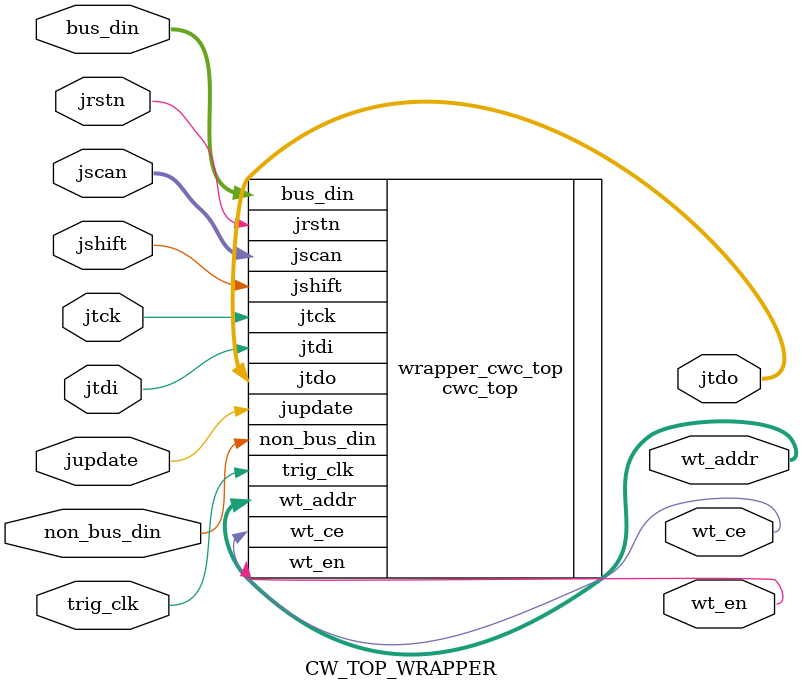
<source format=v>
module CW_TOP_WRAPPER(jtdi, jtck, jrstn, jscan, jshift, jupdate, jtdo, non_bus_din, bus_din, trig_clk, wt_ce, wt_en, wt_addr);
	localparam DEFAULT_CTRL_REG_LEN = 26;
	localparam DEFAULT_STAT_REG_LEN = 18;
	localparam DEFAULT_STOP_LEN = 2730;
	localparam DEFAULT_NON_BUS_NODE_NUM = 1;
	localparam DEFAULT_BUS_NODE_NUM = 0;
	localparam DEFAULT_BUS_NUM = 0;
	input jtdi;
	input jtck;
	input jrstn;
	input [1:0] jscan;
	input jshift;
	input jupdate;
	output [1:0] jtdo;
	input trig_clk;
	input [DEFAULT_NON_BUS_NODE_NUM-1:0] non_bus_din;
	input [DEFAULT_BUS_NODE_NUM-1:0] bus_din;
	output wt_ce;
	output wt_en;
	output [15:0] wt_addr;

	cwc_top #(.CTRL_REG_LEN(DEFAULT_CTRL_REG_LEN), .STAT_REG_LEN(DEFAULT_STAT_REG_LEN), .STOP_LEN(DEFAULT_STOP_LEN), .NON_BUS_NODE_NUM(DEFAULT_NON_BUS_NODE_NUM), .BUS_NODE_NUM(DEFAULT_BUS_NODE_NUM), .BUS_NUM(DEFAULT_BUS_NUM))
	 wrapper_cwc_top(
		.jtdi(jtdi),
		.jtck(jtck),
		.jrstn(jrstn),
		.jscan(jscan),
		.jshift(jshift),
		.jupdate(jupdate),
		.jtdo(jtdo),
		.non_bus_din(non_bus_din),
		.bus_din(bus_din),
		.trig_clk(trig_clk),
		.wt_ce(wt_ce),
		.wt_en(wt_en),
		.wt_addr(wt_addr)
	);
endmodule



</source>
